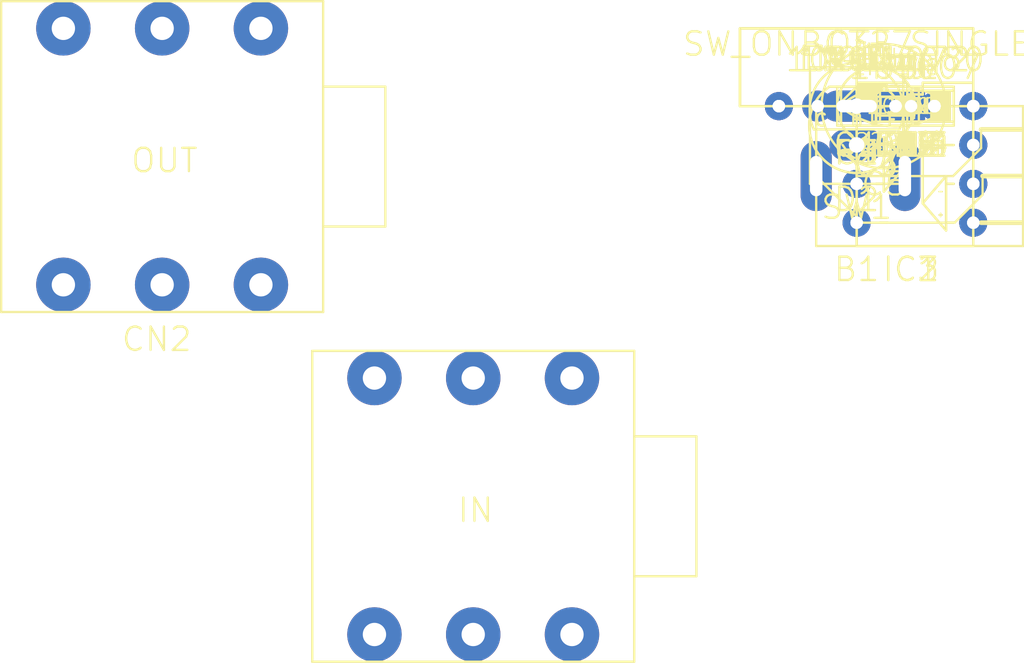
<source format=kicad_pcb>
(kicad_pcb (version 4) (host pcbnew 0.201411291501+5307~19~ubuntu14.04.1-product)

  (general
    (links 80)
    (no_connects 52)
    (area 0 0 0 0)
    (thickness 1.6)
    (drawings 0)
    (tracks 0)
    (zones 0)
    (modules 43)
    (nets 27)
  )

  (page A4)
  (layers
    (0 F.Cu signal)
    (31 B.Cu signal)
    (32 B.Adhes user)
    (34 B.Paste user)
    (36 B.SilkS user)
    (38 B.Mask user)
    (44 Edge.Cuts user)
    (45 Margin user)
    (46 B.CrtYd user)
    (48 B.Fab user)
  )

  (setup
    (last_trace_width 0.254)
    (trace_clearance 0.254)
    (zone_clearance 0.508)
    (zone_45_only no)
    (trace_min 0.254)
    (segment_width 0.2)
    (edge_width 0.1)
    (via_size 0.889)
    (via_drill 0.635)
    (via_min_size 0.889)
    (via_min_drill 0.508)
    (uvia_size 0.508)
    (uvia_drill 0.127)
    (uvias_allowed no)
    (uvia_min_size 0.508)
    (uvia_min_drill 0.127)
    (pcb_text_width 0.3)
    (pcb_text_size 1.5 1.5)
    (mod_edge_width 0.15)
    (mod_text_size 1 1)
    (mod_text_width 0.15)
    (pad_size 1.5 1.5)
    (pad_drill 0.6)
    (pad_to_mask_clearance 0)
    (aux_axis_origin 0 0)
    (visible_elements FFFFFF7F)
    (pcbplotparams
      (layerselection 0x00030_80000001)
      (usegerberextensions false)
      (excludeedgelayer true)
      (linewidth 0.100000)
      (plotframeref false)
      (viasonmask false)
      (mode 1)
      (useauxorigin false)
      (hpglpennumber 1)
      (hpglpenspeed 20)
      (hpglpendiameter 15)
      (hpglpenoverlay 2)
      (psnegative false)
      (psa4output false)
      (plotreference true)
      (plotvalue true)
      (plotinvisibletext false)
      (padsonsilk false)
      (subtractmaskfromsilk false)
      (outputformat 1)
      (mirror false)
      (drillshape 1)
      (scaleselection 1)
      (outputdirectory ""))
  )

  (net 0 "")
  (net 1 /V-)
  (net 2 "Net-(B1-Pad1)")
  (net 3 "Net-(C1-Pad1)")
  (net 4 "Net-(C1-Pad2)")
  (net 5 "Net-(C2-Pad2)")
  (net 6 "Net-(C2-Pad1)")
  (net 7 GND)
  (net 8 "Net-(C3-Pad2)")
  (net 9 "Net-(C4-Pad2)")
  (net 10 +9V)
  (net 11 "Net-(C7-Pad2)")
  (net 12 "Net-(C8-Pad1)")
  (net 13 "Net-(C8-Pad2)")
  (net 14 "Net-(C9-Pad1)")
  (net 15 "Net-(CN1-Pad1)")
  (net 16 "Net-(CN2-Pad1)")
  (net 17 "Net-(D3-Pad1)")
  (net 18 "Net-(D3-Pad2)")
  (net 19 "Net-(D4-Pad1)")
  (net 20 "Net-(D6-Pad1)")
  (net 21 "Net-(D6-Pad2)")
  (net 22 "Net-(IC3-Pad3)")
  (net 23 "Net-(IC3-Pad5)")
  (net 24 "Net-(IC3-Pad6)")
  (net 25 "Net-(P1-Pad1)")
  (net 26 "Net-(P4-Pad3)")

  (net_class Default "Это класс цепей по умолчанию."
    (clearance 0.254)
    (trace_width 0.254)
    (via_dia 0.889)
    (via_drill 0.635)
    (uvia_dia 0.508)
    (uvia_drill 0.127)
    (add_net +9V)
    (add_net /V-)
    (add_net GND)
    (add_net "Net-(B1-Pad1)")
    (add_net "Net-(C1-Pad1)")
    (add_net "Net-(C1-Pad2)")
    (add_net "Net-(C2-Pad1)")
    (add_net "Net-(C2-Pad2)")
    (add_net "Net-(C3-Pad2)")
    (add_net "Net-(C4-Pad2)")
    (add_net "Net-(C7-Pad2)")
    (add_net "Net-(C8-Pad1)")
    (add_net "Net-(C8-Pad2)")
    (add_net "Net-(C9-Pad1)")
    (add_net "Net-(CN1-Pad1)")
    (add_net "Net-(CN2-Pad1)")
    (add_net "Net-(D3-Pad1)")
    (add_net "Net-(D3-Pad2)")
    (add_net "Net-(D4-Pad1)")
    (add_net "Net-(D6-Pad1)")
    (add_net "Net-(D6-Pad2)")
    (add_net "Net-(IC3-Pad3)")
    (add_net "Net-(IC3-Pad5)")
    (add_net "Net-(IC3-Pad6)")
    (add_net "Net-(P1-Pad1)")
    (add_net "Net-(P4-Pad3)")
  )

  (module drow:socket_power_onboard (layer F.Cu) (tedit 547B1089) (tstamp 547B1B1F)
    (at 353.5011 30.0036)
    (path /5466F0EE)
    (fp_text reference B1 (at 0 10.5) (layer F.SilkS)
      (effects (font (size 1.5 1.5) (thickness 0.15)))
    )
    (fp_text value 9v (at 0 -3) (layer F.SilkS)
      (effects (font (size 1.5 1.5) (thickness 0.15)))
    )
    (fp_line (start 0 3.8) (end -0.9 2.5) (layer F.SilkS) (width 0.15))
    (fp_line (start 0 4.5) (end 0 3.8) (layer F.SilkS) (width 0.15))
    (fp_line (start 0 2.8) (end -0.7 2.8) (layer F.SilkS) (width 0.15))
    (fp_line (start 0 0) (end 0 2.8) (layer F.SilkS) (width 0.15))
    (fp_line (start 8 1.5) (end 8 2.7) (layer F.SilkS) (width 0.15))
    (fp_line (start 8 2.7) (end 6.2 4.5) (layer F.SilkS) (width 0.15))
    (fp_line (start 6.2 4.5) (end 0 4.5) (layer F.SilkS) (width 0.15))
    (fp_line (start -2.6 4.5) (end 0.4 7.5) (layer F.SilkS) (width 0.15))
    (fp_line (start 0.4 7.5) (end 6.3 7.5) (layer F.SilkS) (width 0.15))
    (fp_line (start 6.3 7.5) (end 8.1 5.7) (layer F.SilkS) (width 0.15))
    (fp_line (start 8.1 5.7) (end 8.1 4.5) (layer F.SilkS) (width 0.15))
    (fp_line (start 10.6 7.5) (end 8 7.5) (layer F.SilkS) (width 0.3))
    (fp_line (start 10.6 1.5) (end 8 1.5) (layer F.SilkS) (width 0.3))
    (fp_line (start 10.6 4.5) (end 8.1 4.5) (layer F.SilkS) (width 0.3))
    (fp_line (start -2.6 0) (end 10.7 0) (layer F.SilkS) (width 0.15))
    (fp_line (start 10.7 0) (end 10.7 9) (layer F.SilkS) (width 0.15))
    (fp_line (start 10.7 9) (end -2.6 9) (layer F.SilkS) (width 0.15))
    (fp_line (start -2.6 9) (end -2.6 0) (layer F.SilkS) (width 0.15))
    (pad 3 thru_hole oval (at 0 0) (size 4.5 2) (drill oval 2.6 0.8) (layers *.Cu *.Mask))
    (pad 2 thru_hole oval (at -2.6 4.5) (size 2 4.5) (drill oval 0.8 2.6) (layers *.Cu *.Mask)
      (net 1 /V-))
    (pad 1 thru_hole oval (at 3.1 4.5) (size 2 4.5) (drill oval 0.8 2.6) (layers *.Cu *.Mask)
      (net 2 "Net-(B1-Pad1)"))
  )

  (module drow:capacitor_5mm_film (layer F.Cu) (tedit 5475ED15) (tstamp 547B1B25)
    (at 353.5011 30.0036)
    (path /544D6DF3)
    (fp_text reference C1 (at 2.5 2.5) (layer F.SilkS)
      (effects (font (size 1.5 1.5) (thickness 0.15)))
    )
    (fp_text value 10n (at 2.5 0) (layer F.SilkS)
      (effects (font (size 1 1) (thickness 0.1)))
    )
    (fp_line (start -1.25 -1.25) (end -1.25 1.25) (layer F.SilkS) (width 0.15))
    (fp_line (start -1.25 1.25) (end 6.25 1.25) (layer F.SilkS) (width 0.15))
    (fp_line (start 6.25 1.25) (end 6.25 -1.25) (layer F.SilkS) (width 0.15))
    (fp_line (start 6.25 -1.25) (end -1.25 -1.25) (layer F.SilkS) (width 0.15))
    (pad 1 thru_hole circle (at 0 0) (size 1.8 1.8) (drill 0.8) (layers *.Cu *.Mask)
      (net 3 "Net-(C1-Pad1)"))
    (pad 2 thru_hole circle (at 5 0) (size 1.8 1.8) (drill 0.8) (layers *.Cu *.Mask)
      (net 4 "Net-(C1-Pad2)"))
  )

  (module drow:capacitor_5mm_ceramic (layer F.Cu) (tedit 5475ECFB) (tstamp 547B1B2B)
    (at 353.5011 30.0036)
    (path /544D7925)
    (fp_text reference C2 (at 2.5 2.5) (layer F.SilkS)
      (effects (font (size 1.5 1.5) (thickness 0.15)))
    )
    (fp_text value 100p (at 2.5 0) (layer F.SilkS)
      (effects (font (size 1 1) (thickness 0.1)))
    )
    (fp_line (start 5.75 -0.25) (end 5.75 0.25) (layer F.SilkS) (width 0.15))
    (fp_line (start -0.75 -0.25) (end -0.75 0.25) (layer F.SilkS) (width 0.15))
    (fp_arc (start 2.5 -4.25) (end 5.75 0.25) (angle 71) (layer F.SilkS) (width 0.15))
    (fp_arc (start 2.5 4.25) (end -0.75 -0.25) (angle 71) (layer F.SilkS) (width 0.15))
    (pad 2 thru_hole circle (at 5 0) (size 1.8 1.8) (drill 0.8) (layers *.Cu *.Mask)
      (net 5 "Net-(C2-Pad2)"))
    (pad 1 thru_hole circle (at 0 0) (size 1.8 1.8) (drill 0.8) (layers *.Cu *.Mask)
      (net 6 "Net-(C2-Pad1)"))
  )

  (module drow:capacitor_2.5mm_electrolytic_5mm (layer F.Cu) (tedit 54751789) (tstamp 547B1B31)
    (at 353.5011 30.0036)
    (path /544F49CE)
    (fp_text reference C3 (at 1.25 3.75) (layer F.SilkS)
      (effects (font (size 1.5 1.5) (thickness 0.15)))
    )
    (fp_text value 1u (at 1.25 -3.5) (layer F.SilkS)
      (effects (font (size 1 1) (thickness 0.1)))
    )
    (fp_circle (center 1.25 0) (end 3.75 0) (layer F.SilkS) (width 0.15))
    (pad 1 thru_hole circle (at 0 0) (size 1.8 1.8) (drill 0.8) (layers *.Cu *.Mask)
      (net 7 GND))
    (pad 2 thru_hole rect (at 2.5 0) (size 1.8 1.8) (drill 0.8) (layers *.Cu *.Mask)
      (net 8 "Net-(C3-Pad2)"))
  )

  (module drow:capacitor_2.5mm_electrolytic_5mm (layer F.Cu) (tedit 54751789) (tstamp 547B1B37)
    (at 353.5011 30.0036)
    (path /544F5A13)
    (fp_text reference C4 (at 1.25 3.75) (layer F.SilkS)
      (effects (font (size 1.5 1.5) (thickness 0.15)))
    )
    (fp_text value 1u (at 1.25 -3.5) (layer F.SilkS)
      (effects (font (size 1 1) (thickness 0.1)))
    )
    (fp_circle (center 1.25 0) (end 3.75 0) (layer F.SilkS) (width 0.15))
    (pad 1 thru_hole circle (at 0 0) (size 1.8 1.8) (drill 0.8) (layers *.Cu *.Mask)
      (net 7 GND))
    (pad 2 thru_hole rect (at 2.5 0) (size 1.8 1.8) (drill 0.8) (layers *.Cu *.Mask)
      (net 9 "Net-(C4-Pad2)"))
  )

  (module drow:capacitor_3.5mm_electrolytic_8mm (layer F.Cu) (tedit 5468B1B9) (tstamp 547B1B3D)
    (at 353.5011 30.0036)
    (tags electrolytic)
    (path /5451030E)
    (fp_text reference C5 (at 1.75 5) (layer F.SilkS)
      (effects (font (size 1.5 1.5) (thickness 0.15)))
    )
    (fp_text value 220u (at 1.75 2.25) (layer F.SilkS)
      (effects (font (size 1 1) (thickness 0.1)))
    )
    (fp_circle (center 1.75 0) (end 5.75 0) (layer F.SilkS) (width 0.15))
    (pad 1 thru_hole circle (at 0 0) (size 1.8 1.8) (drill 0.8) (layers *.Cu *.Mask)
      (net 7 GND))
    (pad 2 thru_hole rect (at 3.5 0) (size 1.8 1.8) (drill 0.8) (layers *.Cu *.Mask)
      (net 10 +9V))
  )

  (module drow:capacitor_5mm_ceramic (layer F.Cu) (tedit 5475ECFB) (tstamp 547B1B43)
    (at 353.5011 30.0036)
    (path /54512740)
    (fp_text reference C6 (at 2.5 2.5) (layer F.SilkS)
      (effects (font (size 1.5 1.5) (thickness 0.15)))
    )
    (fp_text value 100n (at 2.5 0) (layer F.SilkS)
      (effects (font (size 1 1) (thickness 0.1)))
    )
    (fp_line (start 5.75 -0.25) (end 5.75 0.25) (layer F.SilkS) (width 0.15))
    (fp_line (start -0.75 -0.25) (end -0.75 0.25) (layer F.SilkS) (width 0.15))
    (fp_arc (start 2.5 -4.25) (end 5.75 0.25) (angle 71) (layer F.SilkS) (width 0.15))
    (fp_arc (start 2.5 4.25) (end -0.75 -0.25) (angle 71) (layer F.SilkS) (width 0.15))
    (pad 2 thru_hole circle (at 5 0) (size 1.8 1.8) (drill 0.8) (layers *.Cu *.Mask)
      (net 7 GND))
    (pad 1 thru_hole circle (at 0 0) (size 1.8 1.8) (drill 0.8) (layers *.Cu *.Mask)
      (net 10 +9V))
  )

  (module drow:capacitor_2.5mm_electrolytic_5mm (layer F.Cu) (tedit 54751789) (tstamp 547B1B49)
    (at 353.5011 30.0036)
    (path /545124AF)
    (fp_text reference C7 (at 1.25 3.75) (layer F.SilkS)
      (effects (font (size 1.5 1.5) (thickness 0.15)))
    )
    (fp_text value 47u (at 1.25 -3.5) (layer F.SilkS)
      (effects (font (size 1 1) (thickness 0.1)))
    )
    (fp_circle (center 1.25 0) (end 3.75 0) (layer F.SilkS) (width 0.15))
    (pad 1 thru_hole circle (at 0 0) (size 1.8 1.8) (drill 0.8) (layers *.Cu *.Mask)
      (net 7 GND))
    (pad 2 thru_hole rect (at 2.5 0) (size 1.8 1.8) (drill 0.8) (layers *.Cu *.Mask)
      (net 11 "Net-(C7-Pad2)"))
  )

  (module drow:capacitor_5mm_film (layer F.Cu) (tedit 5475ED15) (tstamp 547B1B4F)
    (at 353.5011 30.0036)
    (path /544EF12D)
    (fp_text reference C8 (at 2.5 2.5) (layer F.SilkS)
      (effects (font (size 1.5 1.5) (thickness 0.15)))
    )
    (fp_text value 4.7n (at 2.5 0) (layer F.SilkS)
      (effects (font (size 1 1) (thickness 0.1)))
    )
    (fp_line (start -1.25 -1.25) (end -1.25 1.25) (layer F.SilkS) (width 0.15))
    (fp_line (start -1.25 1.25) (end 6.25 1.25) (layer F.SilkS) (width 0.15))
    (fp_line (start 6.25 1.25) (end 6.25 -1.25) (layer F.SilkS) (width 0.15))
    (fp_line (start 6.25 -1.25) (end -1.25 -1.25) (layer F.SilkS) (width 0.15))
    (pad 1 thru_hole circle (at 0 0) (size 1.8 1.8) (drill 0.8) (layers *.Cu *.Mask)
      (net 12 "Net-(C8-Pad1)"))
    (pad 2 thru_hole circle (at 5 0) (size 1.8 1.8) (drill 0.8) (layers *.Cu *.Mask)
      (net 13 "Net-(C8-Pad2)"))
  )

  (module drow:capacitor_2.5mm_tantal (layer F.Cu) (tedit 547518FD) (tstamp 547B1B55)
    (at 353.5011 30.0036)
    (path /544E96B9)
    (fp_text reference C9 (at 0 3) (layer F.SilkS)
      (effects (font (size 1.5 1.5) (thickness 0.15)))
    )
    (fp_text value 10u (at 0 -3) (layer F.SilkS)
      (effects (font (size 1.5 1.5) (thickness 0.15)))
    )
    (fp_line (start 3.5 -1.25) (end 3.5 1.25) (layer F.SilkS) (width 0.15))
    (fp_line (start 3.5 1.25) (end -1 1.25) (layer F.SilkS) (width 0.15))
    (fp_line (start -1 1.25) (end -1 -1.25) (layer F.SilkS) (width 0.15))
    (fp_line (start -1 -1.25) (end 3.5 -1.25) (layer F.SilkS) (width 0.15))
    (pad 1 thru_hole circle (at 0 0) (size 1.8 1.8) (drill 0.8) (layers *.Cu *.Mask)
      (net 14 "Net-(C9-Pad1)"))
    (pad 2 thru_hole rect (at 2.5 0) (size 1.8 1.8) (drill 0.8) (layers *.Cu *.Mask)
      (net 6 "Net-(C2-Pad1)"))
  )

  (module drow:socket_jack-6.35_onboard (layer F.Cu) (tedit 5475FB89) (tstamp 547B1B5F)
    (at 322.5 47.5)
    (path /54683729)
    (fp_text reference CN1 (at 6 20) (layer F.SilkS)
      (effects (font (size 1.5 1.5) (thickness 0.15)))
    )
    (fp_text value IN (at 6.5 8.5) (layer F.SilkS)
      (effects (font (size 1.5 1.5) (thickness 0.15)))
    )
    (fp_line (start 16.7 3.75) (end 20.7 3.75) (layer F.SilkS) (width 0.15))
    (fp_line (start 20.7 3.75) (end 20.7 12.75) (layer F.SilkS) (width 0.15))
    (fp_line (start 20.7 12.75) (end 16.7 12.75) (layer F.SilkS) (width 0.15))
    (fp_line (start 16.7 -1.75) (end -4 -1.75) (layer F.SilkS) (width 0.15))
    (fp_line (start -4 -1.75) (end -4 18.25) (layer F.SilkS) (width 0.15))
    (fp_line (start -4 18.25) (end 16.7 18.25) (layer F.SilkS) (width 0.15))
    (fp_line (start 16.7 18.25) (end 16.7 -1.75) (layer F.SilkS) (width 0.15))
    (pad 1 thru_hole circle (at 0 0) (size 3.5 3.5) (drill 1.5) (layers *.Cu *.Mask)
      (net 15 "Net-(CN1-Pad1)"))
    (pad 2 thru_hole circle (at 6.35 0) (size 3.5 3.5) (drill 1.5) (layers *.Cu *.Mask)
      (net 1 /V-))
    (pad 3 thru_hole circle (at 12.7 0) (size 3.5 3.5) (drill 1.5) (layers *.Cu *.Mask)
      (net 7 GND))
    (pad 4 thru_hole circle (at 0 16.5) (size 3.5 3.5) (drill 1.5) (layers *.Cu *.Mask))
    (pad 5 thru_hole circle (at 6.35 16.5) (size 3.5 3.5) (drill 1.5) (layers *.Cu *.Mask))
    (pad 6 thru_hole circle (at 12.7 16.5) (size 3.5 3.5) (drill 1.5) (layers *.Cu *.Mask))
  )

  (module drow:socket_jack-6.35_onboard (layer F.Cu) (tedit 5475FB89) (tstamp 547B1B69)
    (at 302.5 25)
    (path /54680130)
    (fp_text reference CN2 (at 6 20) (layer F.SilkS)
      (effects (font (size 1.5 1.5) (thickness 0.15)))
    )
    (fp_text value OUT (at 6.5 8.5) (layer F.SilkS)
      (effects (font (size 1.5 1.5) (thickness 0.15)))
    )
    (fp_line (start 16.7 3.75) (end 20.7 3.75) (layer F.SilkS) (width 0.15))
    (fp_line (start 20.7 3.75) (end 20.7 12.75) (layer F.SilkS) (width 0.15))
    (fp_line (start 20.7 12.75) (end 16.7 12.75) (layer F.SilkS) (width 0.15))
    (fp_line (start 16.7 -1.75) (end -4 -1.75) (layer F.SilkS) (width 0.15))
    (fp_line (start -4 -1.75) (end -4 18.25) (layer F.SilkS) (width 0.15))
    (fp_line (start -4 18.25) (end 16.7 18.25) (layer F.SilkS) (width 0.15))
    (fp_line (start 16.7 18.25) (end 16.7 -1.75) (layer F.SilkS) (width 0.15))
    (pad 1 thru_hole circle (at 0 0) (size 3.5 3.5) (drill 1.5) (layers *.Cu *.Mask)
      (net 16 "Net-(CN2-Pad1)"))
    (pad 2 thru_hole circle (at 6.35 0) (size 3.5 3.5) (drill 1.5) (layers *.Cu *.Mask)
      (net 7 GND))
    (pad 3 thru_hole circle (at 12.7 0) (size 3.5 3.5) (drill 1.5) (layers *.Cu *.Mask))
    (pad 4 thru_hole circle (at 0 16.5) (size 3.5 3.5) (drill 1.5) (layers *.Cu *.Mask))
    (pad 5 thru_hole circle (at 6.35 16.5) (size 3.5 3.5) (drill 1.5) (layers *.Cu *.Mask))
    (pad 6 thru_hole circle (at 12.7 16.5) (size 3.5 3.5) (drill 1.5) (layers *.Cu *.Mask))
  )

  (module drow:diode_light_2.5mm (layer F.Cu) (tedit 5475EDCA) (tstamp 547B1B6F)
    (at 353.5011 30.0036)
    (path /544D6CAD)
    (fp_text reference D1 (at 0 6) (layer F.SilkS)
      (effects (font (size 1.5 1.5) (thickness 0.15)))
    )
    (fp_text value Red (at 0 -3) (layer F.SilkS)
      (effects (font (size 1.5 1.5) (thickness 0.15)))
    )
    (fp_line (start -1.75 -1.25) (end 1.75 -1.25) (layer F.SilkS) (width 0.15))
    (fp_arc (start 0 1.25) (end 1.75 -1.25) (angle 290) (layer F.SilkS) (width 0.15))
    (pad 1 thru_hole rect (at 0 0) (size 1.8 1.8) (drill 0.8) (layers *.Cu *.Mask)
      (net 3 "Net-(C1-Pad1)"))
    (pad 2 thru_hole circle (at 0 2.5) (size 1.8 1.8) (drill 0.8) (layers *.Cu *.Mask)
      (net 7 GND))
  )

  (module drow:diode_light_2.5mm (layer F.Cu) (tedit 5475EDCA) (tstamp 547B1B75)
    (at 353.5011 30.0036)
    (path /544D6D6F)
    (fp_text reference D2 (at 0 6) (layer F.SilkS)
      (effects (font (size 1.5 1.5) (thickness 0.15)))
    )
    (fp_text value Red (at 0 -3) (layer F.SilkS)
      (effects (font (size 1.5 1.5) (thickness 0.15)))
    )
    (fp_line (start -1.75 -1.25) (end 1.75 -1.25) (layer F.SilkS) (width 0.15))
    (fp_arc (start 0 1.25) (end 1.75 -1.25) (angle 290) (layer F.SilkS) (width 0.15))
    (pad 1 thru_hole rect (at 0 0) (size 1.8 1.8) (drill 0.8) (layers *.Cu *.Mask)
      (net 7 GND))
    (pad 2 thru_hole circle (at 0 2.5) (size 1.8 1.8) (drill 0.8) (layers *.Cu *.Mask)
      (net 3 "Net-(C1-Pad1)"))
  )

  (module drow:diode_5mm (layer F.Cu) (tedit 5475ED52) (tstamp 547B1B7B)
    (at 353.5011 30.0036)
    (path /544F365A)
    (fp_text reference D3 (at 2.5 2.5) (layer F.SilkS)
      (effects (font (size 1.5 1.5) (thickness 0.15)))
    )
    (fp_text value 1n4148 (at 2.5 -2.5) (layer F.SilkS)
      (effects (font (size 1 1) (thickness 0.1)))
    )
    (fp_line (start 3.6 -0.5) (end 3.6 0.5) (layer F.SilkS) (width 0.15))
    (fp_line (start 3.5 -0.5) (end 3.5 0.5) (layer F.SilkS) (width 0.15))
    (fp_line (start 3.4 -0.5) (end 3.4 0.5) (layer F.SilkS) (width 0.15))
    (fp_line (start 3.3 -0.5) (end 3.3 0.5) (layer F.SilkS) (width 0.15))
    (fp_line (start 3.2 -0.5) (end 3.2 0.5) (layer F.SilkS) (width 0.15))
    (fp_line (start 3.1 -0.5) (end 3.1 0.5) (layer F.SilkS) (width 0.15))
    (fp_line (start 3 -0.6) (end 3 0.6) (layer F.SilkS) (width 0.15))
    (fp_line (start 1.3 -0.6) (end 1.3 0.6) (layer F.SilkS) (width 0.15))
    (fp_line (start 1.3 0.6) (end 3.7 0.6) (layer F.SilkS) (width 0.15))
    (fp_line (start 3.7 0.6) (end 3.7 -0.6) (layer F.SilkS) (width 0.15))
    (fp_line (start 3.7 -0.6) (end 1.3 -0.6) (layer F.SilkS) (width 0.15))
    (fp_line (start 5 0) (end 3.75 0) (layer F.SilkS) (width 0.15))
    (fp_line (start 0 0) (end 1.25 0) (layer F.SilkS) (width 0.15))
    (pad 1 thru_hole circle (at 0 0) (size 1.8 1.8) (drill 0.8) (layers *.Cu *.Mask)
      (net 17 "Net-(D3-Pad1)"))
    (pad 2 thru_hole circle (at 5 0) (size 1.8 1.8) (drill 0.8) (layers *.Cu *.Mask)
      (net 18 "Net-(D3-Pad2)"))
  )

  (module drow:diode_5mm (layer F.Cu) (tedit 5475ED52) (tstamp 547B1B81)
    (at 353.5011 30.0036)
    (path /544F3ABB)
    (fp_text reference D4 (at 2.5 2.5) (layer F.SilkS)
      (effects (font (size 1.5 1.5) (thickness 0.15)))
    )
    (fp_text value 1n4148 (at 2.5 -2.5) (layer F.SilkS)
      (effects (font (size 1 1) (thickness 0.1)))
    )
    (fp_line (start 3.6 -0.5) (end 3.6 0.5) (layer F.SilkS) (width 0.15))
    (fp_line (start 3.5 -0.5) (end 3.5 0.5) (layer F.SilkS) (width 0.15))
    (fp_line (start 3.4 -0.5) (end 3.4 0.5) (layer F.SilkS) (width 0.15))
    (fp_line (start 3.3 -0.5) (end 3.3 0.5) (layer F.SilkS) (width 0.15))
    (fp_line (start 3.2 -0.5) (end 3.2 0.5) (layer F.SilkS) (width 0.15))
    (fp_line (start 3.1 -0.5) (end 3.1 0.5) (layer F.SilkS) (width 0.15))
    (fp_line (start 3 -0.6) (end 3 0.6) (layer F.SilkS) (width 0.15))
    (fp_line (start 1.3 -0.6) (end 1.3 0.6) (layer F.SilkS) (width 0.15))
    (fp_line (start 1.3 0.6) (end 3.7 0.6) (layer F.SilkS) (width 0.15))
    (fp_line (start 3.7 0.6) (end 3.7 -0.6) (layer F.SilkS) (width 0.15))
    (fp_line (start 3.7 -0.6) (end 1.3 -0.6) (layer F.SilkS) (width 0.15))
    (fp_line (start 5 0) (end 3.75 0) (layer F.SilkS) (width 0.15))
    (fp_line (start 0 0) (end 1.25 0) (layer F.SilkS) (width 0.15))
    (pad 1 thru_hole circle (at 0 0) (size 1.8 1.8) (drill 0.8) (layers *.Cu *.Mask)
      (net 19 "Net-(D4-Pad1)"))
    (pad 2 thru_hole circle (at 5 0) (size 1.8 1.8) (drill 0.8) (layers *.Cu *.Mask)
      (net 17 "Net-(D3-Pad1)"))
  )

  (module drow:diode_7.5mm (layer F.Cu) (tedit 5475ED8D) (tstamp 547B1B87)
    (at 353.5011 30.0036)
    (path /5466EF6A)
    (fp_text reference D5 (at 3.75 2.5) (layer F.SilkS)
      (effects (font (size 1.5 1.5) (thickness 0.15)))
    )
    (fp_text value 1n4007 (at 3.75 -2.5) (layer F.SilkS)
      (effects (font (size 1.5 1.5) (thickness 0.15)))
    )
    (fp_line (start 1.5 1) (end 6 1) (layer F.SilkS) (width 0.15))
    (fp_line (start 6 -1) (end 1.5 -1) (layer F.SilkS) (width 0.15))
    (fp_line (start 7.5 0) (end 6 0) (layer F.SilkS) (width 0.15))
    (fp_line (start 4.85 0.95) (end 4.85 -0.95) (layer F.SilkS) (width 0.25))
    (fp_line (start 5.05 -0.95) (end 5.05 0.95) (layer F.SilkS) (width 0.25))
    (fp_line (start 5.25 0.95) (end 5.25 -0.95) (layer F.SilkS) (width 0.25))
    (fp_line (start 5.45 -0.95) (end 5.45 0.95) (layer F.SilkS) (width 0.25))
    (fp_line (start 5.65 0.95) (end 5.65 -0.95) (layer F.SilkS) (width 0.25))
    (fp_line (start 5.85 -0.95) (end 5.85 0.95) (layer F.SilkS) (width 0.25))
    (fp_line (start 1.5 -1) (end 1.5 1) (layer F.SilkS) (width 0.15))
    (fp_line (start 6 1) (end 6 -1) (layer F.SilkS) (width 0.15))
    (fp_line (start 0 0) (end 1.5 0) (layer F.SilkS) (width 0.15))
    (pad 1 thru_hole circle (at 0 0) (size 1.8 1.8) (drill 0.8) (layers *.Cu *.Mask)
      (net 7 GND))
    (pad 2 thru_hole circle (at 7.5 0) (size 1.8 1.8) (drill 0.8) (layers *.Cu *.Mask)
      (net 10 +9V))
  )

  (module drow:diode_5mm (layer F.Cu) (tedit 5475ED52) (tstamp 547B1B8D)
    (at 353.5011 30.0036)
    (path /544F7EB0)
    (fp_text reference D6 (at 2.5 2.5) (layer F.SilkS)
      (effects (font (size 1.5 1.5) (thickness 0.15)))
    )
    (fp_text value 1n4148 (at 2.5 -2.5) (layer F.SilkS)
      (effects (font (size 1 1) (thickness 0.1)))
    )
    (fp_line (start 3.6 -0.5) (end 3.6 0.5) (layer F.SilkS) (width 0.15))
    (fp_line (start 3.5 -0.5) (end 3.5 0.5) (layer F.SilkS) (width 0.15))
    (fp_line (start 3.4 -0.5) (end 3.4 0.5) (layer F.SilkS) (width 0.15))
    (fp_line (start 3.3 -0.5) (end 3.3 0.5) (layer F.SilkS) (width 0.15))
    (fp_line (start 3.2 -0.5) (end 3.2 0.5) (layer F.SilkS) (width 0.15))
    (fp_line (start 3.1 -0.5) (end 3.1 0.5) (layer F.SilkS) (width 0.15))
    (fp_line (start 3 -0.6) (end 3 0.6) (layer F.SilkS) (width 0.15))
    (fp_line (start 1.3 -0.6) (end 1.3 0.6) (layer F.SilkS) (width 0.15))
    (fp_line (start 1.3 0.6) (end 3.7 0.6) (layer F.SilkS) (width 0.15))
    (fp_line (start 3.7 0.6) (end 3.7 -0.6) (layer F.SilkS) (width 0.15))
    (fp_line (start 3.7 -0.6) (end 1.3 -0.6) (layer F.SilkS) (width 0.15))
    (fp_line (start 5 0) (end 3.75 0) (layer F.SilkS) (width 0.15))
    (fp_line (start 0 0) (end 1.25 0) (layer F.SilkS) (width 0.15))
    (pad 1 thru_hole circle (at 0 0) (size 1.8 1.8) (drill 0.8) (layers *.Cu *.Mask)
      (net 20 "Net-(D6-Pad1)"))
    (pad 2 thru_hole circle (at 5 0) (size 1.8 1.8) (drill 0.8) (layers *.Cu *.Mask)
      (net 21 "Net-(D6-Pad2)"))
  )

  (module drow:fuse_resettable_5mm (layer F.Cu) (tedit 5475EDEC) (tstamp 547B1B93)
    (at 353.5011 30.0036)
    (path /5466EF51)
    (fp_text reference F1 (at 2.5 2.5) (layer F.SilkS)
      (effects (font (size 1.5 1.5) (thickness 0.15)))
    )
    (fp_text value FUSE (at 2.5 -2.5) (layer F.SilkS)
      (effects (font (size 1.5 1.5) (thickness 0.15)))
    )
    (fp_line (start 1 -1) (end 4 -1) (layer F.SilkS) (width 0.15))
    (fp_line (start 4 -1) (end 4 1) (layer F.SilkS) (width 0.15))
    (fp_line (start 4 1) (end 1 1) (layer F.SilkS) (width 0.15))
    (fp_line (start 1 1) (end 1 -1) (layer F.SilkS) (width 0.15))
    (fp_line (start 5 0) (end 0 0) (layer F.SilkS) (width 0.15))
    (pad 1 thru_hole circle (at 0 0) (size 1.8 1.8) (drill 0.8) (layers *.Cu *.Mask)
      (net 10 +9V))
    (pad 2 thru_hole circle (at 5 0) (size 1.8 1.8) (drill 0.8) (layers *.Cu *.Mask)
      (net 2 "Net-(B1-Pad1)"))
  )

  (module drow:opamp_dip8_2.5mm (layer F.Cu) (tedit 5475F2B7) (tstamp 547B1B9F)
    (at 353.5011 30.0036)
    (path /544D74FB)
    (fp_text reference IC1 (at 3.5 10.5) (layer F.SilkS)
      (effects (font (size 1.5 1.5) (thickness 0.15)))
    )
    (fp_text value TL072 (at 4 -3) (layer F.SilkS)
      (effects (font (size 1.5 1.5) (thickness 0.15)))
    )
    (fp_line (start 5.4 6.9) (end 5.4 7.1) (layer F.SilkS) (width 0.1))
    (fp_line (start 5.3 7) (end 5.5 7) (layer F.SilkS) (width 0.1))
    (fp_line (start 5.5 5.5) (end 5.3 5.5) (layer F.SilkS) (width 0.1))
    (fp_line (start 4.25 6.25) (end 4.25 2.5) (layer F.SilkS) (width 0.15))
    (fp_line (start 4.25 2.5) (end 6.25 2.5) (layer F.SilkS) (width 0.15))
    (fp_line (start 4.25 6.25) (end 5.75 4.5) (layer F.SilkS) (width 0.15))
    (fp_line (start 5.75 8) (end 4.25 6.25) (layer F.SilkS) (width 0.15))
    (fp_line (start 5.75 8) (end 5.75 4.5) (layer F.SilkS) (width 0.15))
    (fp_line (start 6.25 7.5) (end 5.75 7.5) (layer F.SilkS) (width 0.15))
    (fp_line (start 6.25 5) (end 5.75 5) (layer F.SilkS) (width 0.15))
    (fp_line (start 1.5 7.5) (end 2 7.5) (layer F.SilkS) (width 0.15))
    (fp_line (start 5.75 -0.25) (end 5.75 0.25) (layer F.SilkS) (width 0.15))
    (fp_line (start 6 0) (end 5.5 0) (layer F.SilkS) (width 0.15))
    (fp_line (start 3.25 3.75) (end 3.25 0) (layer F.SilkS) (width 0.15))
    (fp_line (start 3.25 0) (end 1.25 0) (layer F.SilkS) (width 0.15))
    (fp_line (start 2.1 4.6) (end 2.1 4.4) (layer F.SilkS) (width 0.1))
    (fp_line (start 2 4.5) (end 2.2 4.5) (layer F.SilkS) (width 0.1))
    (fp_line (start 2 3) (end 2.2 3) (layer F.SilkS) (width 0.1))
    (fp_line (start 1.75 2) (end 1.75 5.5) (layer F.SilkS) (width 0.15))
    (fp_line (start 1.75 5.5) (end 3.25 3.75) (layer F.SilkS) (width 0.15))
    (fp_line (start 3.25 3.75) (end 1.75 2) (layer F.SilkS) (width 0.15))
    (fp_line (start 1.25 5) (end 1.75 5) (layer F.SilkS) (width 0.15))
    (fp_line (start 1.25 2.5) (end 1.75 2.5) (layer F.SilkS) (width 0.15))
    (fp_line (start 4.25 -1.5) (end 7.5 -1.5) (layer F.SilkS) (width 0.15))
    (fp_line (start 3.25 -1.5) (end 0 -1.5) (layer F.SilkS) (width 0.15))
    (fp_line (start 3.25 -1.5) (end 3.25 -0.75) (layer F.SilkS) (width 0.15))
    (fp_line (start 3.25 -0.75) (end 4.25 -0.75) (layer F.SilkS) (width 0.15))
    (fp_line (start 4.25 -0.75) (end 4.25 -1.5) (layer F.SilkS) (width 0.15))
    (fp_line (start 0 -1.15) (end 0.35 -1.5) (layer F.SilkS) (width 0.15))
    (fp_line (start 0 -0.85) (end 0.6 -1.5) (layer F.SilkS) (width 0.15))
    (fp_line (start 0 -0.6) (end 0.85 -1.5) (layer F.SilkS) (width 0.15))
    (fp_line (start 0 -0.4) (end 1.1 -1.5) (layer F.SilkS) (width 0.15))
    (fp_line (start 0 -0.15) (end 1.35 -1.5) (layer F.SilkS) (width 0.15))
    (fp_line (start 0 0.1) (end 1.6 -1.5) (layer F.SilkS) (width 0.15))
    (fp_line (start 0 0.35) (end 1.85 -1.5) (layer F.SilkS) (width 0.15))
    (fp_line (start 0 -1.25) (end 0.25 -1.5) (layer F.SilkS) (width 0.15))
    (fp_line (start 0 -0.75) (end 0.75 -1.5) (layer F.SilkS) (width 0.15))
    (fp_line (start 0 -0.25) (end 1.25 -1.5) (layer F.SilkS) (width 0.15))
    (fp_line (start 0 0.25) (end 1.75 -1.5) (layer F.SilkS) (width 0.15))
    (fp_line (start 0 -1) (end 0.5 -1.5) (layer F.SilkS) (width 0.15))
    (fp_line (start 0 -0.5) (end 1 -1.5) (layer F.SilkS) (width 0.15))
    (fp_line (start 0 0) (end 1.5 -1.5) (layer F.SilkS) (width 0.15))
    (fp_line (start 0 0.5) (end 2 -1.5) (layer F.SilkS) (width 0.15))
    (fp_line (start 7.5 9) (end 7.5 -1.5) (layer F.SilkS) (width 0.15))
    (fp_line (start 0 -1.5) (end 0 9) (layer F.SilkS) (width 0.15))
    (fp_line (start 0 9) (end 7.5 9) (layer F.SilkS) (width 0.15))
    (pad 1 thru_hole circle (at 0 0) (size 1.8 1.8) (drill 0.8) (layers *.Cu *.Mask)
      (net 17 "Net-(D3-Pad1)"))
    (pad 2 thru_hole circle (at 0 2.5) (size 1.8 1.8) (drill 0.8) (layers *.Cu *.Mask)
      (net 18 "Net-(D3-Pad2)"))
    (pad 3 thru_hole circle (at 0 5) (size 1.8 1.8) (drill 0.8) (layers *.Cu *.Mask)
      (net 4 "Net-(C1-Pad2)"))
    (pad 4 thru_hole circle (at 0 7.5) (size 1.8 1.8) (drill 0.8) (layers *.Cu *.Mask)
      (net 7 GND))
    (pad 5 thru_hole circle (at 7.5 7.5) (size 1.8 1.8) (drill 0.8) (layers *.Cu *.Mask)
      (net 4 "Net-(C1-Pad2)"))
    (pad 6 thru_hole circle (at 7.5 5) (size 1.8 1.8) (drill 0.8) (layers *.Cu *.Mask)
      (net 5 "Net-(C2-Pad2)"))
    (pad 7 thru_hole circle (at 7.5 2.5) (size 1.8 1.8) (drill 0.8) (layers *.Cu *.Mask)
      (net 6 "Net-(C2-Pad1)"))
    (pad 8 thru_hole circle (at 7.5 0) (size 1.8 1.8) (drill 0.8) (layers *.Cu *.Mask))
  )

  (module drow:opamp_dip8_2.5mm (layer F.Cu) (tedit 5475F2B7) (tstamp 547B1BAB)
    (at 353.5011 30.0036)
    (path /544F686B)
    (fp_text reference IC2 (at 3.5 10.5) (layer F.SilkS)
      (effects (font (size 1.5 1.5) (thickness 0.15)))
    )
    (fp_text value TL072 (at 4 -3) (layer F.SilkS)
      (effects (font (size 1.5 1.5) (thickness 0.15)))
    )
    (fp_line (start 5.4 6.9) (end 5.4 7.1) (layer F.SilkS) (width 0.1))
    (fp_line (start 5.3 7) (end 5.5 7) (layer F.SilkS) (width 0.1))
    (fp_line (start 5.5 5.5) (end 5.3 5.5) (layer F.SilkS) (width 0.1))
    (fp_line (start 4.25 6.25) (end 4.25 2.5) (layer F.SilkS) (width 0.15))
    (fp_line (start 4.25 2.5) (end 6.25 2.5) (layer F.SilkS) (width 0.15))
    (fp_line (start 4.25 6.25) (end 5.75 4.5) (layer F.SilkS) (width 0.15))
    (fp_line (start 5.75 8) (end 4.25 6.25) (layer F.SilkS) (width 0.15))
    (fp_line (start 5.75 8) (end 5.75 4.5) (layer F.SilkS) (width 0.15))
    (fp_line (start 6.25 7.5) (end 5.75 7.5) (layer F.SilkS) (width 0.15))
    (fp_line (start 6.25 5) (end 5.75 5) (layer F.SilkS) (width 0.15))
    (fp_line (start 1.5 7.5) (end 2 7.5) (layer F.SilkS) (width 0.15))
    (fp_line (start 5.75 -0.25) (end 5.75 0.25) (layer F.SilkS) (width 0.15))
    (fp_line (start 6 0) (end 5.5 0) (layer F.SilkS) (width 0.15))
    (fp_line (start 3.25 3.75) (end 3.25 0) (layer F.SilkS) (width 0.15))
    (fp_line (start 3.25 0) (end 1.25 0) (layer F.SilkS) (width 0.15))
    (fp_line (start 2.1 4.6) (end 2.1 4.4) (layer F.SilkS) (width 0.1))
    (fp_line (start 2 4.5) (end 2.2 4.5) (layer F.SilkS) (width 0.1))
    (fp_line (start 2 3) (end 2.2 3) (layer F.SilkS) (width 0.1))
    (fp_line (start 1.75 2) (end 1.75 5.5) (layer F.SilkS) (width 0.15))
    (fp_line (start 1.75 5.5) (end 3.25 3.75) (layer F.SilkS) (width 0.15))
    (fp_line (start 3.25 3.75) (end 1.75 2) (layer F.SilkS) (width 0.15))
    (fp_line (start 1.25 5) (end 1.75 5) (layer F.SilkS) (width 0.15))
    (fp_line (start 1.25 2.5) (end 1.75 2.5) (layer F.SilkS) (width 0.15))
    (fp_line (start 4.25 -1.5) (end 7.5 -1.5) (layer F.SilkS) (width 0.15))
    (fp_line (start 3.25 -1.5) (end 0 -1.5) (layer F.SilkS) (width 0.15))
    (fp_line (start 3.25 -1.5) (end 3.25 -0.75) (layer F.SilkS) (width 0.15))
    (fp_line (start 3.25 -0.75) (end 4.25 -0.75) (layer F.SilkS) (width 0.15))
    (fp_line (start 4.25 -0.75) (end 4.25 -1.5) (layer F.SilkS) (width 0.15))
    (fp_line (start 0 -1.15) (end 0.35 -1.5) (layer F.SilkS) (width 0.15))
    (fp_line (start 0 -0.85) (end 0.6 -1.5) (layer F.SilkS) (width 0.15))
    (fp_line (start 0 -0.6) (end 0.85 -1.5) (layer F.SilkS) (width 0.15))
    (fp_line (start 0 -0.4) (end 1.1 -1.5) (layer F.SilkS) (width 0.15))
    (fp_line (start 0 -0.15) (end 1.35 -1.5) (layer F.SilkS) (width 0.15))
    (fp_line (start 0 0.1) (end 1.6 -1.5) (layer F.SilkS) (width 0.15))
    (fp_line (start 0 0.35) (end 1.85 -1.5) (layer F.SilkS) (width 0.15))
    (fp_line (start 0 -1.25) (end 0.25 -1.5) (layer F.SilkS) (width 0.15))
    (fp_line (start 0 -0.75) (end 0.75 -1.5) (layer F.SilkS) (width 0.15))
    (fp_line (start 0 -0.25) (end 1.25 -1.5) (layer F.SilkS) (width 0.15))
    (fp_line (start 0 0.25) (end 1.75 -1.5) (layer F.SilkS) (width 0.15))
    (fp_line (start 0 -1) (end 0.5 -1.5) (layer F.SilkS) (width 0.15))
    (fp_line (start 0 -0.5) (end 1 -1.5) (layer F.SilkS) (width 0.15))
    (fp_line (start 0 0) (end 1.5 -1.5) (layer F.SilkS) (width 0.15))
    (fp_line (start 0 0.5) (end 2 -1.5) (layer F.SilkS) (width 0.15))
    (fp_line (start 7.5 9) (end 7.5 -1.5) (layer F.SilkS) (width 0.15))
    (fp_line (start 0 -1.5) (end 0 9) (layer F.SilkS) (width 0.15))
    (fp_line (start 0 9) (end 7.5 9) (layer F.SilkS) (width 0.15))
    (pad 1 thru_hole circle (at 0 0) (size 1.8 1.8) (drill 0.8) (layers *.Cu *.Mask)
      (net 20 "Net-(D6-Pad1)"))
    (pad 2 thru_hole circle (at 0 2.5) (size 1.8 1.8) (drill 0.8) (layers *.Cu *.Mask)
      (net 21 "Net-(D6-Pad2)"))
    (pad 3 thru_hole circle (at 0 5) (size 1.8 1.8) (drill 0.8) (layers *.Cu *.Mask)
      (net 9 "Net-(C4-Pad2)"))
    (pad 4 thru_hole circle (at 0 7.5) (size 1.8 1.8) (drill 0.8) (layers *.Cu *.Mask)
      (net 7 GND))
    (pad 5 thru_hole circle (at 7.5 7.5) (size 1.8 1.8) (drill 0.8) (layers *.Cu *.Mask)
      (net 11 "Net-(C7-Pad2)"))
    (pad 6 thru_hole circle (at 7.5 5) (size 1.8 1.8) (drill 0.8) (layers *.Cu *.Mask)
      (net 10 +9V))
    (pad 7 thru_hole circle (at 7.5 2.5) (size 1.8 1.8) (drill 0.8) (layers *.Cu *.Mask)
      (net 10 +9V))
    (pad 8 thru_hole circle (at 7.5 0) (size 1.8 1.8) (drill 0.8) (layers *.Cu *.Mask))
  )

  (module drow:ic_dip8_2.5mm (layer F.Cu) (tedit 54752490) (tstamp 547B1BB7)
    (at 353.5011 30.0036)
    (path /54663F28)
    (fp_text reference IC3 (at 3.5 10.5) (layer F.SilkS)
      (effects (font (size 1.5 1.5) (thickness 0.15)))
    )
    (fp_text value CA3080 (at 4 -3) (layer F.SilkS)
      (effects (font (size 1.5 1.5) (thickness 0.15)))
    )
    (fp_line (start 4.25 -1.5) (end 7.5 -1.5) (layer F.SilkS) (width 0.15))
    (fp_line (start 3.25 -1.5) (end 0 -1.5) (layer F.SilkS) (width 0.15))
    (fp_line (start 3.25 -1.5) (end 3.25 -0.75) (layer F.SilkS) (width 0.15))
    (fp_line (start 3.25 -0.75) (end 4.25 -0.75) (layer F.SilkS) (width 0.15))
    (fp_line (start 4.25 -0.75) (end 4.25 -1.5) (layer F.SilkS) (width 0.15))
    (fp_line (start 0 -1.15) (end 0.35 -1.5) (layer F.SilkS) (width 0.15))
    (fp_line (start 0 -0.85) (end 0.6 -1.5) (layer F.SilkS) (width 0.15))
    (fp_line (start 0 -0.6) (end 0.85 -1.5) (layer F.SilkS) (width 0.15))
    (fp_line (start 0 -0.4) (end 1.1 -1.5) (layer F.SilkS) (width 0.15))
    (fp_line (start 0 -0.15) (end 1.35 -1.5) (layer F.SilkS) (width 0.15))
    (fp_line (start 0 0.1) (end 1.6 -1.5) (layer F.SilkS) (width 0.15))
    (fp_line (start 0 0.35) (end 1.85 -1.5) (layer F.SilkS) (width 0.15))
    (fp_line (start 0 -1.25) (end 0.25 -1.5) (layer F.SilkS) (width 0.15))
    (fp_line (start 0 -0.75) (end 0.75 -1.5) (layer F.SilkS) (width 0.15))
    (fp_line (start 0 -0.25) (end 1.25 -1.5) (layer F.SilkS) (width 0.15))
    (fp_line (start 0 0.25) (end 1.75 -1.5) (layer F.SilkS) (width 0.15))
    (fp_line (start 0 -1) (end 0.5 -1.5) (layer F.SilkS) (width 0.15))
    (fp_line (start 0 -0.5) (end 1 -1.5) (layer F.SilkS) (width 0.15))
    (fp_line (start 0 0) (end 1.5 -1.5) (layer F.SilkS) (width 0.15))
    (fp_line (start 0 0.5) (end 2 -1.5) (layer F.SilkS) (width 0.15))
    (fp_line (start 7.5 9) (end 7.5 -1.5) (layer F.SilkS) (width 0.15))
    (fp_line (start 0 -1.5) (end 0 9) (layer F.SilkS) (width 0.15))
    (fp_line (start 0 9) (end 7.5 9) (layer F.SilkS) (width 0.15))
    (pad 1 thru_hole circle (at 0 0) (size 1.8 1.8) (drill 0.8) (layers *.Cu *.Mask))
    (pad 2 thru_hole circle (at 0 2.5) (size 1.8 1.8) (drill 0.8) (layers *.Cu *.Mask)
      (net 10 +9V))
    (pad 3 thru_hole circle (at 0 5) (size 1.8 1.8) (drill 0.8) (layers *.Cu *.Mask)
      (net 22 "Net-(IC3-Pad3)"))
    (pad 4 thru_hole circle (at 0 7.5) (size 1.8 1.8) (drill 0.8) (layers *.Cu *.Mask)
      (net 7 GND))
    (pad 5 thru_hole circle (at 7.5 7.5) (size 1.8 1.8) (drill 0.8) (layers *.Cu *.Mask)
      (net 23 "Net-(IC3-Pad5)"))
    (pad 6 thru_hole circle (at 7.5 5) (size 1.8 1.8) (drill 0.8) (layers *.Cu *.Mask)
      (net 24 "Net-(IC3-Pad6)"))
    (pad 7 thru_hole circle (at 7.5 2.5) (size 1.8 1.8) (drill 0.8) (layers *.Cu *.Mask)
      (net 10 +9V))
    (pad 8 thru_hole circle (at 7.5 0) (size 1.8 1.8) (drill 0.8) (layers *.Cu *.Mask))
  )

  (module drow:potentiometer_panel_5mm (layer F.Cu) (tedit 54751F07) (tstamp 547B1BBE)
    (at 353.5011 30.0036)
    (path /5451D089)
    (fp_text reference P1 (at 0 3) (layer F.SilkS)
      (effects (font (size 1.5 1.5) (thickness 0.15)))
    )
    (fp_text value "1M Lin" (at 0 -3) (layer F.SilkS)
      (effects (font (size 1.5 1.5) (thickness 0.15)))
    )
    (fp_line (start 7.5 -5) (end 7.5 0) (layer F.SilkS) (width 0.15))
    (fp_line (start 7.5 0) (end -7.5 0) (layer F.SilkS) (width 0.15))
    (fp_line (start -7.5 0) (end -7.5 -5) (layer F.SilkS) (width 0.15))
    (fp_line (start -7.5 -5) (end 7.5 -5) (layer F.SilkS) (width 0.15))
    (pad 2 thru_hole circle (at 0 0) (size 1.8 1.8) (drill 0.8) (layers *.Cu *.Mask)
      (net 18 "Net-(D3-Pad2)"))
    (pad 1 thru_hole circle (at 5 0) (size 1.8 1.8) (drill 0.8) (layers *.Cu *.Mask)
      (net 25 "Net-(P1-Pad1)"))
    (pad 3 thru_hole circle (at -5 0) (size 1.8 1.8) (drill 0.8) (layers *.Cu *.Mask)
      (net 18 "Net-(D3-Pad2)"))
  )

  (module drow:potentiometer_panel_5mm (layer F.Cu) (tedit 54751F07) (tstamp 547B1BC5)
    (at 353.5011 30.0036)
    (path /544D79B7)
    (fp_text reference P2 (at 0 3) (layer F.SilkS)
      (effects (font (size 1.5 1.5) (thickness 0.15)))
    )
    (fp_text value "1M Log" (at 0 -3) (layer F.SilkS)
      (effects (font (size 1.5 1.5) (thickness 0.15)))
    )
    (fp_line (start 7.5 -5) (end 7.5 0) (layer F.SilkS) (width 0.15))
    (fp_line (start 7.5 0) (end -7.5 0) (layer F.SilkS) (width 0.15))
    (fp_line (start -7.5 0) (end -7.5 -5) (layer F.SilkS) (width 0.15))
    (fp_line (start -7.5 -5) (end 7.5 -5) (layer F.SilkS) (width 0.15))
    (pad 2 thru_hole circle (at 0 0) (size 1.8 1.8) (drill 0.8) (layers *.Cu *.Mask)
      (net 6 "Net-(C2-Pad1)"))
    (pad 1 thru_hole circle (at 5 0) (size 1.8 1.8) (drill 0.8) (layers *.Cu *.Mask)
      (net 5 "Net-(C2-Pad2)"))
    (pad 3 thru_hole circle (at -5 0) (size 1.8 1.8) (drill 0.8) (layers *.Cu *.Mask)
      (net 6 "Net-(C2-Pad1)"))
  )

  (module drow:potentiometer_panel_5mm (layer F.Cu) (tedit 54751F07) (tstamp 547B1BCC)
    (at 353.5011 30.0036)
    (path /5451E069)
    (fp_text reference P3 (at 0 3) (layer F.SilkS)
      (effects (font (size 1.5 1.5) (thickness 0.15)))
    )
    (fp_text value "1M Lin" (at 0 -3) (layer F.SilkS)
      (effects (font (size 1.5 1.5) (thickness 0.15)))
    )
    (fp_line (start 7.5 -5) (end 7.5 0) (layer F.SilkS) (width 0.15))
    (fp_line (start 7.5 0) (end -7.5 0) (layer F.SilkS) (width 0.15))
    (fp_line (start -7.5 0) (end -7.5 -5) (layer F.SilkS) (width 0.15))
    (fp_line (start -7.5 -5) (end 7.5 -5) (layer F.SilkS) (width 0.15))
    (pad 2 thru_hole circle (at 0 0) (size 1.8 1.8) (drill 0.8) (layers *.Cu *.Mask)
      (net 19 "Net-(D4-Pad1)"))
    (pad 1 thru_hole circle (at 5 0) (size 1.8 1.8) (drill 0.8) (layers *.Cu *.Mask)
      (net 8 "Net-(C3-Pad2)"))
    (pad 3 thru_hole circle (at -5 0) (size 1.8 1.8) (drill 0.8) (layers *.Cu *.Mask)
      (net 19 "Net-(D4-Pad1)"))
  )

  (module drow:potentiometer_panel_5mm (layer F.Cu) (tedit 54751F07) (tstamp 547B1BD3)
    (at 353.5011 30.0036)
    (path /544E9737)
    (fp_text reference P4 (at 0 3) (layer F.SilkS)
      (effects (font (size 1.5 1.5) (thickness 0.15)))
    )
    (fp_text value "10k Log" (at 0 -3) (layer F.SilkS)
      (effects (font (size 1.5 1.5) (thickness 0.15)))
    )
    (fp_line (start 7.5 -5) (end 7.5 0) (layer F.SilkS) (width 0.15))
    (fp_line (start 7.5 0) (end -7.5 0) (layer F.SilkS) (width 0.15))
    (fp_line (start -7.5 0) (end -7.5 -5) (layer F.SilkS) (width 0.15))
    (fp_line (start -7.5 -5) (end 7.5 -5) (layer F.SilkS) (width 0.15))
    (pad 2 thru_hole circle (at 0 0) (size 1.8 1.8) (drill 0.8) (layers *.Cu *.Mask)
      (net 16 "Net-(CN2-Pad1)"))
    (pad 1 thru_hole circle (at 5 0) (size 1.8 1.8) (drill 0.8) (layers *.Cu *.Mask)
      (net 7 GND))
    (pad 3 thru_hole circle (at -5 0) (size 1.8 1.8) (drill 0.8) (layers *.Cu *.Mask)
      (net 26 "Net-(P4-Pad3)"))
  )

  (module drow:transistor_pnp_cbe (layer F.Cu) (tedit 547B1797) (tstamp 547B1BDA)
    (at 353.5011 30.0036)
    (path /544F811C)
    (fp_text reference Q1 (at 0 2.5) (layer F.SilkS)
      (effects (font (size 1.5 1.5) (thickness 0.15)))
    )
    (fp_text value BC327 (at 0 -4) (layer F.SilkS)
      (effects (font (size 1.5 1.5) (thickness 0.15)))
    )
    (fp_line (start 0.6 -0.45) (end 0.8 -0.65) (layer F.SilkS) (width 0.15))
    (fp_line (start 0.5 -0.75) (end 0.95 -0.65) (layer F.SilkS) (width 0.15))
    (fp_line (start 0.95 -0.65) (end 0.6 -0.3) (layer F.SilkS) (width 0.15))
    (fp_line (start 0.6 -0.3) (end 0.5 -0.75) (layer F.SilkS) (width 0.15))
    (fp_line (start 0 -1.25) (end 1.25 0) (layer F.SilkS) (width 0.15))
    (fp_line (start 1.25 0) (end 2.5 0) (layer F.SilkS) (width 0.15))
    (fp_line (start 0 -1.25) (end -1.25 0) (layer F.SilkS) (width 0.15))
    (fp_line (start -1.25 0) (end -2.5 0) (layer F.SilkS) (width 0.15))
    (fp_line (start -0.75 -1.25) (end 0.75 -1.25) (layer F.SilkS) (width 0.15))
    (fp_line (start 0 -2.75) (end 0 -1.25) (layer F.SilkS) (width 0.15))
    (fp_text user E (at 2.3 0.9) (layer F.SilkS)
      (effects (font (size 0.8 0.8) (thickness 0.15)))
    )
    (fp_text user B (at 0 0.9) (layer F.SilkS)
      (effects (font (size 0.8 0.8) (thickness 0.15)))
    )
    (fp_text user C (at -2.3 0.9) (layer F.SilkS)
      (effects (font (size 0.8 0.8) (thickness 0.15)))
    )
    (fp_arc (start 0 0.25) (end -2.75 1.5) (angle 228) (layer F.SilkS) (width 0.15))
    (fp_line (start 2.75 1.5) (end -2.75 1.5) (layer F.SilkS) (width 0.15))
    (pad 1 thru_hole circle (at -2.5 0) (size 2 2) (drill 0.8) (layers *.Cu *.Mask)
      (net 23 "Net-(IC3-Pad5)"))
    (pad 2 thru_hole circle (at 0 0) (size 2 2) (drill 0.8) (layers *.Cu *.Mask)
      (net 20 "Net-(D6-Pad1)"))
    (pad 3 thru_hole circle (at 2.5 0) (size 2 2) (drill 0.8) (layers *.Cu *.Mask)
      (net 21 "Net-(D6-Pad2)"))
  )

  (module drow:resistor_7.5mm (layer F.Cu) (tedit 5477A637) (tstamp 547B1BE0)
    (at 353.5011 30.0036)
    (path /544D64C0)
    (fp_text reference R1 (at 3.75 2.5) (layer F.SilkS)
      (effects (font (size 1.5 1.5) (thickness 0.15)))
    )
    (fp_text value 10M (at 3.75 0) (layer F.SilkS)
      (effects (font (size 1 1) (thickness 0.1)))
    )
    (fp_line (start 1.25 -1) (end 1.25 1) (layer F.SilkS) (width 0.15))
    (fp_line (start 1.25 1) (end 6.25 1) (layer F.SilkS) (width 0.15))
    (fp_line (start 6.25 1) (end 6.25 -1) (layer F.SilkS) (width 0.15))
    (fp_line (start 6.25 -1) (end 1.25 -1) (layer F.SilkS) (width 0.15))
    (fp_line (start 7.5 0) (end 6.25 0) (layer F.SilkS) (width 0.15))
    (fp_line (start 0 0) (end 1.25 0) (layer F.SilkS) (width 0.15))
    (pad 1 thru_hole circle (at 0 0) (size 1.8 1.8) (drill 0.8) (layers *.Cu *.Mask)
      (net 7 GND))
    (pad 2 thru_hole circle (at 7.5 0) (size 1.8 1.8) (drill 0.8) (layers *.Cu *.Mask)
      (net 15 "Net-(CN1-Pad1)"))
  )

  (module drow:resistor_7.5mm (layer F.Cu) (tedit 5477A637) (tstamp 547B1BE6)
    (at 353.5011 30.0036)
    (path /544D644E)
    (fp_text reference R2 (at 3.75 2.5) (layer F.SilkS)
      (effects (font (size 1.5 1.5) (thickness 0.15)))
    )
    (fp_text value 1k (at 3.75 0) (layer F.SilkS)
      (effects (font (size 1 1) (thickness 0.1)))
    )
    (fp_line (start 1.25 -1) (end 1.25 1) (layer F.SilkS) (width 0.15))
    (fp_line (start 1.25 1) (end 6.25 1) (layer F.SilkS) (width 0.15))
    (fp_line (start 6.25 1) (end 6.25 -1) (layer F.SilkS) (width 0.15))
    (fp_line (start 6.25 -1) (end 1.25 -1) (layer F.SilkS) (width 0.15))
    (fp_line (start 7.5 0) (end 6.25 0) (layer F.SilkS) (width 0.15))
    (fp_line (start 0 0) (end 1.25 0) (layer F.SilkS) (width 0.15))
    (pad 1 thru_hole circle (at 0 0) (size 1.8 1.8) (drill 0.8) (layers *.Cu *.Mask)
      (net 15 "Net-(CN1-Pad1)"))
    (pad 2 thru_hole circle (at 7.5 0) (size 1.8 1.8) (drill 0.8) (layers *.Cu *.Mask)
      (net 3 "Net-(C1-Pad1)"))
  )

  (module drow:resistor_7.5mm (layer F.Cu) (tedit 5477A637) (tstamp 547B1BEC)
    (at 353.5011 30.0036)
    (path /544F147C)
    (fp_text reference R3 (at 3.75 2.5) (layer F.SilkS)
      (effects (font (size 1.5 1.5) (thickness 0.15)))
    )
    (fp_text value 10M (at 3.75 0) (layer F.SilkS)
      (effects (font (size 1 1) (thickness 0.1)))
    )
    (fp_line (start 1.25 -1) (end 1.25 1) (layer F.SilkS) (width 0.15))
    (fp_line (start 1.25 1) (end 6.25 1) (layer F.SilkS) (width 0.15))
    (fp_line (start 6.25 1) (end 6.25 -1) (layer F.SilkS) (width 0.15))
    (fp_line (start 6.25 -1) (end 1.25 -1) (layer F.SilkS) (width 0.15))
    (fp_line (start 7.5 0) (end 6.25 0) (layer F.SilkS) (width 0.15))
    (fp_line (start 0 0) (end 1.25 0) (layer F.SilkS) (width 0.15))
    (pad 1 thru_hole circle (at 0 0) (size 1.8 1.8) (drill 0.8) (layers *.Cu *.Mask)
      (net 10 +9V))
    (pad 2 thru_hole circle (at 7.5 0) (size 1.8 1.8) (drill 0.8) (layers *.Cu *.Mask)
      (net 4 "Net-(C1-Pad2)"))
  )

  (module drow:resistor_7.5mm (layer F.Cu) (tedit 5477A637) (tstamp 547B1BF2)
    (at 353.5011 30.0036)
    (path /5466ADA9)
    (fp_text reference R4 (at 3.75 2.5) (layer F.SilkS)
      (effects (font (size 1.5 1.5) (thickness 0.15)))
    )
    (fp_text value 220k (at 3.75 0) (layer F.SilkS)
      (effects (font (size 1 1) (thickness 0.1)))
    )
    (fp_line (start 1.25 -1) (end 1.25 1) (layer F.SilkS) (width 0.15))
    (fp_line (start 1.25 1) (end 6.25 1) (layer F.SilkS) (width 0.15))
    (fp_line (start 6.25 1) (end 6.25 -1) (layer F.SilkS) (width 0.15))
    (fp_line (start 6.25 -1) (end 1.25 -1) (layer F.SilkS) (width 0.15))
    (fp_line (start 7.5 0) (end 6.25 0) (layer F.SilkS) (width 0.15))
    (fp_line (start 0 0) (end 1.25 0) (layer F.SilkS) (width 0.15))
    (pad 1 thru_hole circle (at 0 0) (size 1.8 1.8) (drill 0.8) (layers *.Cu *.Mask)
      (net 25 "Net-(P1-Pad1)"))
    (pad 2 thru_hole circle (at 7.5 0) (size 1.8 1.8) (drill 0.8) (layers *.Cu *.Mask)
      (net 8 "Net-(C3-Pad2)"))
  )

  (module drow:resistor_7.5mm (layer F.Cu) (tedit 5477A637) (tstamp 547B1BF8)
    (at 353.5011 30.0036)
    (path /544F5882)
    (fp_text reference R5 (at 3.75 2.5) (layer F.SilkS)
      (effects (font (size 1.5 1.5) (thickness 0.15)))
    )
    (fp_text value 1k (at 3.75 0) (layer F.SilkS)
      (effects (font (size 1 1) (thickness 0.1)))
    )
    (fp_line (start 1.25 -1) (end 1.25 1) (layer F.SilkS) (width 0.15))
    (fp_line (start 1.25 1) (end 6.25 1) (layer F.SilkS) (width 0.15))
    (fp_line (start 6.25 1) (end 6.25 -1) (layer F.SilkS) (width 0.15))
    (fp_line (start 6.25 -1) (end 1.25 -1) (layer F.SilkS) (width 0.15))
    (fp_line (start 7.5 0) (end 6.25 0) (layer F.SilkS) (width 0.15))
    (fp_line (start 0 0) (end 1.25 0) (layer F.SilkS) (width 0.15))
    (pad 1 thru_hole circle (at 0 0) (size 1.8 1.8) (drill 0.8) (layers *.Cu *.Mask)
      (net 8 "Net-(C3-Pad2)"))
    (pad 2 thru_hole circle (at 7.5 0) (size 1.8 1.8) (drill 0.8) (layers *.Cu *.Mask)
      (net 9 "Net-(C4-Pad2)"))
  )

  (module drow:resistor_7.5mm (layer F.Cu) (tedit 5477A637) (tstamp 547B1BFE)
    (at 353.5011 30.0036)
    (path /544EE303)
    (fp_text reference R6 (at 3.75 2.5) (layer F.SilkS)
      (effects (font (size 1.5 1.5) (thickness 0.15)))
    )
    (fp_text value 1k (at 3.75 0) (layer F.SilkS)
      (effects (font (size 1 1) (thickness 0.1)))
    )
    (fp_line (start 1.25 -1) (end 1.25 1) (layer F.SilkS) (width 0.15))
    (fp_line (start 1.25 1) (end 6.25 1) (layer F.SilkS) (width 0.15))
    (fp_line (start 6.25 1) (end 6.25 -1) (layer F.SilkS) (width 0.15))
    (fp_line (start 6.25 -1) (end 1.25 -1) (layer F.SilkS) (width 0.15))
    (fp_line (start 7.5 0) (end 6.25 0) (layer F.SilkS) (width 0.15))
    (fp_line (start 0 0) (end 1.25 0) (layer F.SilkS) (width 0.15))
    (pad 1 thru_hole circle (at 0 0) (size 1.8 1.8) (drill 0.8) (layers *.Cu *.Mask)
      (net 5 "Net-(C2-Pad2)"))
    (pad 2 thru_hole circle (at 7.5 0) (size 1.8 1.8) (drill 0.8) (layers *.Cu *.Mask)
      (net 24 "Net-(IC3-Pad6)"))
  )

  (module drow:resistor_7.5mm (layer F.Cu) (tedit 5477A637) (tstamp 547B1C04)
    (at 353.5011 30.0036)
    (path /54511294)
    (fp_text reference R7 (at 3.75 2.5) (layer F.SilkS)
      (effects (font (size 1.5 1.5) (thickness 0.15)))
    )
    (fp_text value 10k (at 3.75 0) (layer F.SilkS)
      (effects (font (size 1 1) (thickness 0.1)))
    )
    (fp_line (start 1.25 -1) (end 1.25 1) (layer F.SilkS) (width 0.15))
    (fp_line (start 1.25 1) (end 6.25 1) (layer F.SilkS) (width 0.15))
    (fp_line (start 6.25 1) (end 6.25 -1) (layer F.SilkS) (width 0.15))
    (fp_line (start 6.25 -1) (end 1.25 -1) (layer F.SilkS) (width 0.15))
    (fp_line (start 7.5 0) (end 6.25 0) (layer F.SilkS) (width 0.15))
    (fp_line (start 0 0) (end 1.25 0) (layer F.SilkS) (width 0.15))
    (pad 1 thru_hole circle (at 0 0) (size 1.8 1.8) (drill 0.8) (layers *.Cu *.Mask)
      (net 10 +9V))
    (pad 2 thru_hole circle (at 7.5 0) (size 1.8 1.8) (drill 0.8) (layers *.Cu *.Mask)
      (net 11 "Net-(C7-Pad2)"))
  )

  (module drow:resistor_7.5mm (layer F.Cu) (tedit 5477A637) (tstamp 547B1C0A)
    (at 353.5011 30.0036)
    (path /545115A4)
    (fp_text reference R8 (at 3.75 2.5) (layer F.SilkS)
      (effects (font (size 1.5 1.5) (thickness 0.15)))
    )
    (fp_text value 10k (at 3.75 0) (layer F.SilkS)
      (effects (font (size 1 1) (thickness 0.1)))
    )
    (fp_line (start 1.25 -1) (end 1.25 1) (layer F.SilkS) (width 0.15))
    (fp_line (start 1.25 1) (end 6.25 1) (layer F.SilkS) (width 0.15))
    (fp_line (start 6.25 1) (end 6.25 -1) (layer F.SilkS) (width 0.15))
    (fp_line (start 6.25 -1) (end 1.25 -1) (layer F.SilkS) (width 0.15))
    (fp_line (start 7.5 0) (end 6.25 0) (layer F.SilkS) (width 0.15))
    (fp_line (start 0 0) (end 1.25 0) (layer F.SilkS) (width 0.15))
    (pad 1 thru_hole circle (at 0 0) (size 1.8 1.8) (drill 0.8) (layers *.Cu *.Mask)
      (net 11 "Net-(C7-Pad2)"))
    (pad 2 thru_hole circle (at 7.5 0) (size 1.8 1.8) (drill 0.8) (layers *.Cu *.Mask)
      (net 7 GND))
  )

  (module drow:resistor_7.5mm (layer F.Cu) (tedit 5477A637) (tstamp 547B1C10)
    (at 353.5011 30.0036)
    (path /544F8F4D)
    (fp_text reference R9 (at 3.75 2.5) (layer F.SilkS)
      (effects (font (size 1.5 1.5) (thickness 0.15)))
    )
    (fp_text value 1k (at 3.75 0) (layer F.SilkS)
      (effects (font (size 1 1) (thickness 0.1)))
    )
    (fp_line (start 1.25 -1) (end 1.25 1) (layer F.SilkS) (width 0.15))
    (fp_line (start 1.25 1) (end 6.25 1) (layer F.SilkS) (width 0.15))
    (fp_line (start 6.25 1) (end 6.25 -1) (layer F.SilkS) (width 0.15))
    (fp_line (start 6.25 -1) (end 1.25 -1) (layer F.SilkS) (width 0.15))
    (fp_line (start 7.5 0) (end 6.25 0) (layer F.SilkS) (width 0.15))
    (fp_line (start 0 0) (end 1.25 0) (layer F.SilkS) (width 0.15))
    (pad 1 thru_hole circle (at 0 0) (size 1.8 1.8) (drill 0.8) (layers *.Cu *.Mask)
      (net 10 +9V))
    (pad 2 thru_hole circle (at 7.5 0) (size 1.8 1.8) (drill 0.8) (layers *.Cu *.Mask)
      (net 21 "Net-(D6-Pad2)"))
  )

  (module drow:resistor_7.5mm (layer F.Cu) (tedit 5477A637) (tstamp 547B1C16)
    (at 353.5011 30.0036)
    (path /544EE5F4)
    (fp_text reference R10 (at 3.75 2.5) (layer F.SilkS)
      (effects (font (size 1.5 1.5) (thickness 0.15)))
    )
    (fp_text value 10k (at 3.75 0) (layer F.SilkS)
      (effects (font (size 1 1) (thickness 0.1)))
    )
    (fp_line (start 1.25 -1) (end 1.25 1) (layer F.SilkS) (width 0.15))
    (fp_line (start 1.25 1) (end 6.25 1) (layer F.SilkS) (width 0.15))
    (fp_line (start 6.25 1) (end 6.25 -1) (layer F.SilkS) (width 0.15))
    (fp_line (start 6.25 -1) (end 1.25 -1) (layer F.SilkS) (width 0.15))
    (fp_line (start 7.5 0) (end 6.25 0) (layer F.SilkS) (width 0.15))
    (fp_line (start 0 0) (end 1.25 0) (layer F.SilkS) (width 0.15))
    (pad 1 thru_hole circle (at 0 0) (size 1.8 1.8) (drill 0.8) (layers *.Cu *.Mask)
      (net 24 "Net-(IC3-Pad6)"))
    (pad 2 thru_hole circle (at 7.5 0) (size 1.8 1.8) (drill 0.8) (layers *.Cu *.Mask)
      (net 10 +9V))
  )

  (module drow:resistor_7.5mm (layer F.Cu) (tedit 5477A637) (tstamp 547B1C1C)
    (at 353.5011 30.0036)
    (path /544EF102)
    (fp_text reference R11 (at 3.75 2.5) (layer F.SilkS)
      (effects (font (size 1.5 1.5) (thickness 0.15)))
    )
    (fp_text value 10k (at 3.75 0) (layer F.SilkS)
      (effects (font (size 1 1) (thickness 0.1)))
    )
    (fp_line (start 1.25 -1) (end 1.25 1) (layer F.SilkS) (width 0.15))
    (fp_line (start 1.25 1) (end 6.25 1) (layer F.SilkS) (width 0.15))
    (fp_line (start 6.25 1) (end 6.25 -1) (layer F.SilkS) (width 0.15))
    (fp_line (start 6.25 -1) (end 1.25 -1) (layer F.SilkS) (width 0.15))
    (fp_line (start 7.5 0) (end 6.25 0) (layer F.SilkS) (width 0.15))
    (fp_line (start 0 0) (end 1.25 0) (layer F.SilkS) (width 0.15))
    (pad 1 thru_hole circle (at 0 0) (size 1.8 1.8) (drill 0.8) (layers *.Cu *.Mask)
      (net 24 "Net-(IC3-Pad6)"))
    (pad 2 thru_hole circle (at 7.5 0) (size 1.8 1.8) (drill 0.8) (layers *.Cu *.Mask)
      (net 12 "Net-(C8-Pad1)"))
  )

  (module drow:resistor_7.5mm (layer F.Cu) (tedit 5477A637) (tstamp 547B1C22)
    (at 353.5011 30.0036)
    (path /544F9523)
    (fp_text reference R12 (at 3.75 2.5) (layer F.SilkS)
      (effects (font (size 1.5 1.5) (thickness 0.15)))
    )
    (fp_text value 1M (at 3.75 0) (layer F.SilkS)
      (effects (font (size 1 1) (thickness 0.1)))
    )
    (fp_line (start 1.25 -1) (end 1.25 1) (layer F.SilkS) (width 0.15))
    (fp_line (start 1.25 1) (end 6.25 1) (layer F.SilkS) (width 0.15))
    (fp_line (start 6.25 1) (end 6.25 -1) (layer F.SilkS) (width 0.15))
    (fp_line (start 6.25 -1) (end 1.25 -1) (layer F.SilkS) (width 0.15))
    (fp_line (start 7.5 0) (end 6.25 0) (layer F.SilkS) (width 0.15))
    (fp_line (start 0 0) (end 1.25 0) (layer F.SilkS) (width 0.15))
    (pad 1 thru_hole circle (at 0 0) (size 1.8 1.8) (drill 0.8) (layers *.Cu *.Mask)
      (net 23 "Net-(IC3-Pad5)"))
    (pad 2 thru_hole circle (at 7.5 0) (size 1.8 1.8) (drill 0.8) (layers *.Cu *.Mask)
      (net 10 +9V))
  )

  (module drow:resistor_7.5mm (layer F.Cu) (tedit 5477A637) (tstamp 547B1C28)
    (at 353.5011 30.0036)
    (path /544F21C5)
    (fp_text reference R13 (at 3.75 2.5) (layer F.SilkS)
      (effects (font (size 1.5 1.5) (thickness 0.15)))
    )
    (fp_text value 10k (at 3.75 0) (layer F.SilkS)
      (effects (font (size 1 1) (thickness 0.1)))
    )
    (fp_line (start 1.25 -1) (end 1.25 1) (layer F.SilkS) (width 0.15))
    (fp_line (start 1.25 1) (end 6.25 1) (layer F.SilkS) (width 0.15))
    (fp_line (start 6.25 1) (end 6.25 -1) (layer F.SilkS) (width 0.15))
    (fp_line (start 6.25 -1) (end 1.25 -1) (layer F.SilkS) (width 0.15))
    (fp_line (start 7.5 0) (end 6.25 0) (layer F.SilkS) (width 0.15))
    (fp_line (start 0 0) (end 1.25 0) (layer F.SilkS) (width 0.15))
    (pad 1 thru_hole circle (at 0 0) (size 1.8 1.8) (drill 0.8) (layers *.Cu *.Mask)
      (net 22 "Net-(IC3-Pad3)"))
    (pad 2 thru_hole circle (at 7.5 0) (size 1.8 1.8) (drill 0.8) (layers *.Cu *.Mask)
      (net 6 "Net-(C2-Pad1)"))
  )

  (module drow:resistor_7.5mm (layer F.Cu) (tedit 5477A637) (tstamp 547B1C2E)
    (at 353.5011 30.0036)
    (path /544F24A3)
    (fp_text reference R14 (at 3.75 2.5) (layer F.SilkS)
      (effects (font (size 1.5 1.5) (thickness 0.15)))
    )
    (fp_text value 220 (at 3.75 0) (layer F.SilkS)
      (effects (font (size 1 1) (thickness 0.1)))
    )
    (fp_line (start 1.25 -1) (end 1.25 1) (layer F.SilkS) (width 0.15))
    (fp_line (start 1.25 1) (end 6.25 1) (layer F.SilkS) (width 0.15))
    (fp_line (start 6.25 1) (end 6.25 -1) (layer F.SilkS) (width 0.15))
    (fp_line (start 6.25 -1) (end 1.25 -1) (layer F.SilkS) (width 0.15))
    (fp_line (start 7.5 0) (end 6.25 0) (layer F.SilkS) (width 0.15))
    (fp_line (start 0 0) (end 1.25 0) (layer F.SilkS) (width 0.15))
    (pad 1 thru_hole circle (at 0 0) (size 1.8 1.8) (drill 0.8) (layers *.Cu *.Mask)
      (net 22 "Net-(IC3-Pad3)"))
    (pad 2 thru_hole circle (at 7.5 0) (size 1.8 1.8) (drill 0.8) (layers *.Cu *.Mask)
      (net 10 +9V))
  )

  (module drow:resistor_7.5mm (layer F.Cu) (tedit 5477A637) (tstamp 547B1C34)
    (at 353.5011 30.0036)
    (path /544E936B)
    (fp_text reference R15 (at 3.75 2.5) (layer F.SilkS)
      (effects (font (size 1.5 1.5) (thickness 0.15)))
    )
    (fp_text value 1k (at 3.75 0) (layer F.SilkS)
      (effects (font (size 1 1) (thickness 0.1)))
    )
    (fp_line (start 1.25 -1) (end 1.25 1) (layer F.SilkS) (width 0.15))
    (fp_line (start 1.25 1) (end 6.25 1) (layer F.SilkS) (width 0.15))
    (fp_line (start 6.25 1) (end 6.25 -1) (layer F.SilkS) (width 0.15))
    (fp_line (start 6.25 -1) (end 1.25 -1) (layer F.SilkS) (width 0.15))
    (fp_line (start 7.5 0) (end 6.25 0) (layer F.SilkS) (width 0.15))
    (fp_line (start 0 0) (end 1.25 0) (layer F.SilkS) (width 0.15))
    (pad 1 thru_hole circle (at 0 0) (size 1.8 1.8) (drill 0.8) (layers *.Cu *.Mask)
      (net 14 "Net-(C9-Pad1)"))
    (pad 2 thru_hole circle (at 7.5 0) (size 1.8 1.8) (drill 0.8) (layers *.Cu *.Mask)
      (net 26 "Net-(P4-Pad3)"))
  )

  (module drow:socket_2pin_2.5mm (layer F.Cu) (tedit 5475EE48) (tstamp 547B1C5B)
    (at 353.5011 30.0036)
    (path /544EF68A)
    (fp_text reference SW1 (at 0 6.5) (layer F.SilkS)
      (effects (font (size 1.5 1.5) (thickness 0.15)))
    )
    (fp_text value SW_ON-OFF_SINGLE (at 0 -4) (layer F.SilkS)
      (effects (font (size 1.5 1.5) (thickness 0.15)))
    )
    (fp_line (start 3 5) (end 3 -2.5) (layer F.SilkS) (width 0.15))
    (fp_line (start 3 -2.5) (end -3 -2.5) (layer F.SilkS) (width 0.15))
    (fp_line (start -3 -2.5) (end -3 5) (layer F.SilkS) (width 0.15))
    (fp_line (start -3 5) (end 3 5) (layer F.SilkS) (width 0.15))
    (pad 1 thru_hole oval (at 0 0) (size 3.5 2) (drill 1) (layers *.Cu *.Mask)
      (net 13 "Net-(C8-Pad2)"))
    (pad 2 thru_hole oval (at 0 2.5) (size 3.5 2) (drill 1) (layers *.Cu *.Mask)
      (net 10 +9V))
  )

)

</source>
